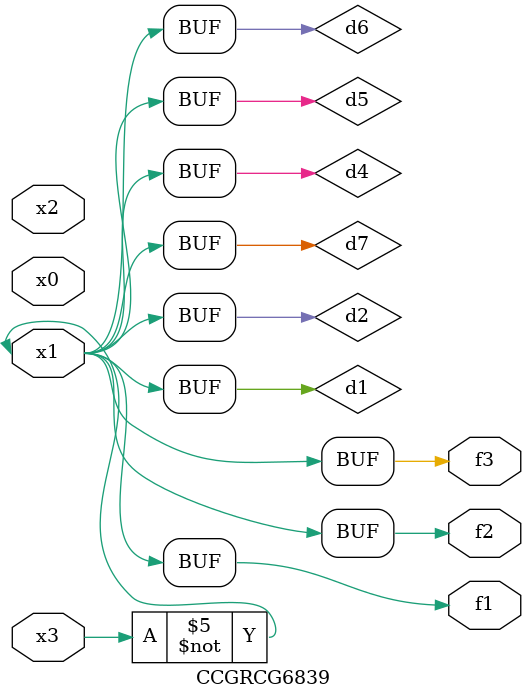
<source format=v>
module CCGRCG6839(
	input x0, x1, x2, x3,
	output f1, f2, f3
);

	wire d1, d2, d3, d4, d5, d6, d7;

	not (d1, x3);
	buf (d2, x1);
	xnor (d3, d1, d2);
	nor (d4, d1);
	buf (d5, d1, d2);
	buf (d6, d4, d5);
	nand (d7, d4);
	assign f1 = d6;
	assign f2 = d7;
	assign f3 = d6;
endmodule

</source>
